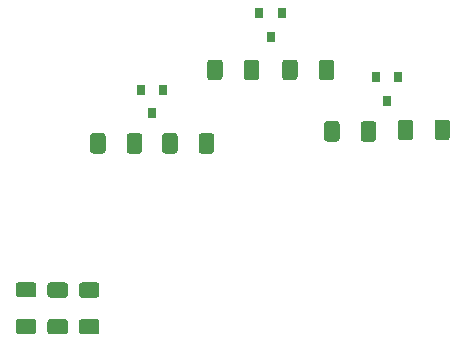
<source format=gbp>
G04 #@! TF.GenerationSoftware,KiCad,Pcbnew,(5.1.7)-1*
G04 #@! TF.CreationDate,2021-05-02T01:56:36-07:00*
G04 #@! TF.ProjectId,computer_rgb_controller,636f6d70-7574-4657-925f-7267625f636f,rev?*
G04 #@! TF.SameCoordinates,Original*
G04 #@! TF.FileFunction,Paste,Bot*
G04 #@! TF.FilePolarity,Positive*
%FSLAX46Y46*%
G04 Gerber Fmt 4.6, Leading zero omitted, Abs format (unit mm)*
G04 Created by KiCad (PCBNEW (5.1.7)-1) date 2021-05-02 01:56:36*
%MOMM*%
%LPD*%
G01*
G04 APERTURE LIST*
%ADD10R,0.800000X0.900000*%
G04 APERTURE END LIST*
D10*
X102555000Y-45355000D03*
X104455000Y-45355000D03*
X103505000Y-47355000D03*
X93472000Y-53832000D03*
X94422000Y-51832000D03*
X92522000Y-51832000D03*
X112400000Y-50800000D03*
X114300000Y-50800000D03*
X113350000Y-52800000D03*
G36*
G01*
X108880000Y-49539999D02*
X108880000Y-50790001D01*
G75*
G02*
X108630001Y-51040000I-249999J0D01*
G01*
X107829999Y-51040000D01*
G75*
G02*
X107580000Y-50790001I0J249999D01*
G01*
X107580000Y-49539999D01*
G75*
G02*
X107829999Y-49290000I249999J0D01*
G01*
X108630001Y-49290000D01*
G75*
G02*
X108880000Y-49539999I0J-249999D01*
G01*
G37*
G36*
G01*
X105780000Y-49539999D02*
X105780000Y-50790001D01*
G75*
G02*
X105530001Y-51040000I-249999J0D01*
G01*
X104729999Y-51040000D01*
G75*
G02*
X104480000Y-50790001I0J249999D01*
G01*
X104480000Y-49539999D01*
G75*
G02*
X104729999Y-49290000I249999J0D01*
G01*
X105530001Y-49290000D01*
G75*
G02*
X105780000Y-49539999I0J-249999D01*
G01*
G37*
G36*
G01*
X91324000Y-57013001D02*
X91324000Y-55762999D01*
G75*
G02*
X91573999Y-55513000I249999J0D01*
G01*
X92374001Y-55513000D01*
G75*
G02*
X92624000Y-55762999I0J-249999D01*
G01*
X92624000Y-57013001D01*
G75*
G02*
X92374001Y-57263000I-249999J0D01*
G01*
X91573999Y-57263000D01*
G75*
G02*
X91324000Y-57013001I0J249999D01*
G01*
G37*
G36*
G01*
X88224000Y-57013001D02*
X88224000Y-55762999D01*
G75*
G02*
X88473999Y-55513000I249999J0D01*
G01*
X89274001Y-55513000D01*
G75*
G02*
X89524000Y-55762999I0J-249999D01*
G01*
X89524000Y-57013001D01*
G75*
G02*
X89274001Y-57263000I-249999J0D01*
G01*
X88473999Y-57263000D01*
G75*
G02*
X88224000Y-57013001I0J249999D01*
G01*
G37*
G36*
G01*
X115585000Y-54619999D02*
X115585000Y-55870001D01*
G75*
G02*
X115335001Y-56120000I-249999J0D01*
G01*
X114534999Y-56120000D01*
G75*
G02*
X114285000Y-55870001I0J249999D01*
G01*
X114285000Y-54619999D01*
G75*
G02*
X114534999Y-54370000I249999J0D01*
G01*
X115335001Y-54370000D01*
G75*
G02*
X115585000Y-54619999I0J-249999D01*
G01*
G37*
G36*
G01*
X118685000Y-54619999D02*
X118685000Y-55870001D01*
G75*
G02*
X118435001Y-56120000I-249999J0D01*
G01*
X117634999Y-56120000D01*
G75*
G02*
X117385000Y-55870001I0J249999D01*
G01*
X117385000Y-54619999D01*
G75*
G02*
X117634999Y-54370000I249999J0D01*
G01*
X118435001Y-54370000D01*
G75*
G02*
X118685000Y-54619999I0J-249999D01*
G01*
G37*
G36*
G01*
X101230000Y-50790001D02*
X101230000Y-49539999D01*
G75*
G02*
X101479999Y-49290000I249999J0D01*
G01*
X102280001Y-49290000D01*
G75*
G02*
X102530000Y-49539999I0J-249999D01*
G01*
X102530000Y-50790001D01*
G75*
G02*
X102280001Y-51040000I-249999J0D01*
G01*
X101479999Y-51040000D01*
G75*
G02*
X101230000Y-50790001I0J249999D01*
G01*
G37*
G36*
G01*
X98130000Y-50790001D02*
X98130000Y-49539999D01*
G75*
G02*
X98379999Y-49290000I249999J0D01*
G01*
X99180001Y-49290000D01*
G75*
G02*
X99430000Y-49539999I0J-249999D01*
G01*
X99430000Y-50790001D01*
G75*
G02*
X99180001Y-51040000I-249999J0D01*
G01*
X98379999Y-51040000D01*
G75*
G02*
X98130000Y-50790001I0J249999D01*
G01*
G37*
G36*
G01*
X98720000Y-55762999D02*
X98720000Y-57013001D01*
G75*
G02*
X98470001Y-57263000I-249999J0D01*
G01*
X97669999Y-57263000D01*
G75*
G02*
X97420000Y-57013001I0J249999D01*
G01*
X97420000Y-55762999D01*
G75*
G02*
X97669999Y-55513000I249999J0D01*
G01*
X98470001Y-55513000D01*
G75*
G02*
X98720000Y-55762999I0J-249999D01*
G01*
G37*
G36*
G01*
X95620000Y-55762999D02*
X95620000Y-57013001D01*
G75*
G02*
X95370001Y-57263000I-249999J0D01*
G01*
X94569999Y-57263000D01*
G75*
G02*
X94320000Y-57013001I0J249999D01*
G01*
X94320000Y-55762999D01*
G75*
G02*
X94569999Y-55513000I249999J0D01*
G01*
X95370001Y-55513000D01*
G75*
G02*
X95620000Y-55762999I0J-249999D01*
G01*
G37*
G36*
G01*
X108036000Y-55997001D02*
X108036000Y-54746999D01*
G75*
G02*
X108285999Y-54497000I249999J0D01*
G01*
X109086001Y-54497000D01*
G75*
G02*
X109336000Y-54746999I0J-249999D01*
G01*
X109336000Y-55997001D01*
G75*
G02*
X109086001Y-56247000I-249999J0D01*
G01*
X108285999Y-56247000D01*
G75*
G02*
X108036000Y-55997001I0J249999D01*
G01*
G37*
G36*
G01*
X111136000Y-55997001D02*
X111136000Y-54746999D01*
G75*
G02*
X111385999Y-54497000I249999J0D01*
G01*
X112186001Y-54497000D01*
G75*
G02*
X112436000Y-54746999I0J-249999D01*
G01*
X112436000Y-55997001D01*
G75*
G02*
X112186001Y-56247000I-249999J0D01*
G01*
X111385999Y-56247000D01*
G75*
G02*
X111136000Y-55997001I0J249999D01*
G01*
G37*
G36*
G01*
X87512999Y-68158000D02*
X88763001Y-68158000D01*
G75*
G02*
X89013000Y-68407999I0J-249999D01*
G01*
X89013000Y-69208001D01*
G75*
G02*
X88763001Y-69458000I-249999J0D01*
G01*
X87512999Y-69458000D01*
G75*
G02*
X87263000Y-69208001I0J249999D01*
G01*
X87263000Y-68407999D01*
G75*
G02*
X87512999Y-68158000I249999J0D01*
G01*
G37*
G36*
G01*
X87512999Y-71258000D02*
X88763001Y-71258000D01*
G75*
G02*
X89013000Y-71507999I0J-249999D01*
G01*
X89013000Y-72308001D01*
G75*
G02*
X88763001Y-72558000I-249999J0D01*
G01*
X87512999Y-72558000D01*
G75*
G02*
X87263000Y-72308001I0J249999D01*
G01*
X87263000Y-71507999D01*
G75*
G02*
X87512999Y-71258000I249999J0D01*
G01*
G37*
G36*
G01*
X82178999Y-71232000D02*
X83429001Y-71232000D01*
G75*
G02*
X83679000Y-71481999I0J-249999D01*
G01*
X83679000Y-72282001D01*
G75*
G02*
X83429001Y-72532000I-249999J0D01*
G01*
X82178999Y-72532000D01*
G75*
G02*
X81929000Y-72282001I0J249999D01*
G01*
X81929000Y-71481999D01*
G75*
G02*
X82178999Y-71232000I249999J0D01*
G01*
G37*
G36*
G01*
X82178999Y-68132000D02*
X83429001Y-68132000D01*
G75*
G02*
X83679000Y-68381999I0J-249999D01*
G01*
X83679000Y-69182001D01*
G75*
G02*
X83429001Y-69432000I-249999J0D01*
G01*
X82178999Y-69432000D01*
G75*
G02*
X81929000Y-69182001I0J249999D01*
G01*
X81929000Y-68381999D01*
G75*
G02*
X82178999Y-68132000I249999J0D01*
G01*
G37*
G36*
G01*
X84845999Y-68158000D02*
X86096001Y-68158000D01*
G75*
G02*
X86346000Y-68407999I0J-249999D01*
G01*
X86346000Y-69208001D01*
G75*
G02*
X86096001Y-69458000I-249999J0D01*
G01*
X84845999Y-69458000D01*
G75*
G02*
X84596000Y-69208001I0J249999D01*
G01*
X84596000Y-68407999D01*
G75*
G02*
X84845999Y-68158000I249999J0D01*
G01*
G37*
G36*
G01*
X84845999Y-71258000D02*
X86096001Y-71258000D01*
G75*
G02*
X86346000Y-71507999I0J-249999D01*
G01*
X86346000Y-72308001D01*
G75*
G02*
X86096001Y-72558000I-249999J0D01*
G01*
X84845999Y-72558000D01*
G75*
G02*
X84596000Y-72308001I0J249999D01*
G01*
X84596000Y-71507999D01*
G75*
G02*
X84845999Y-71258000I249999J0D01*
G01*
G37*
M02*

</source>
